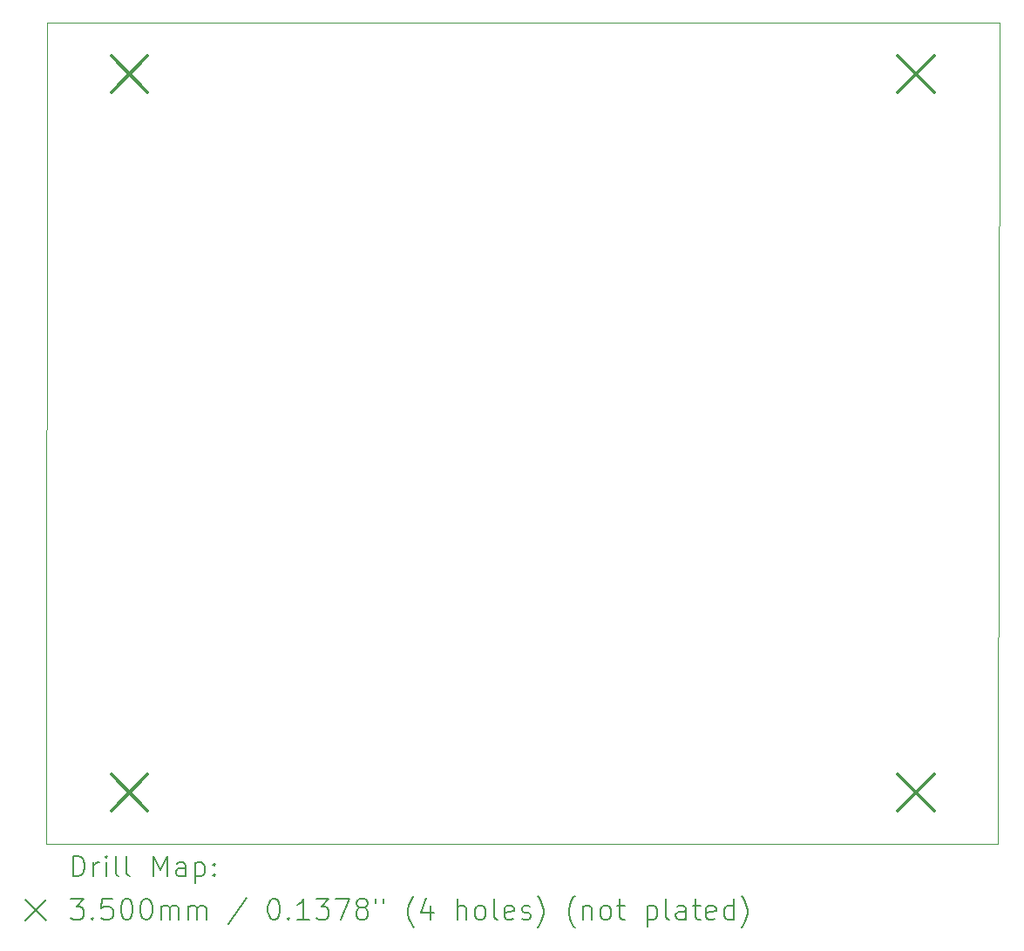
<source format=gbr>
%TF.GenerationSoftware,KiCad,Pcbnew,9.0.1*%
%TF.CreationDate,2025-06-15T16:56:47+03:00*%
%TF.ProjectId,pcb_no_div,7063625f-6e6f-45f6-9469-762e6b696361,rev?*%
%TF.SameCoordinates,Original*%
%TF.FileFunction,Drillmap*%
%TF.FilePolarity,Positive*%
%FSLAX45Y45*%
G04 Gerber Fmt 4.5, Leading zero omitted, Abs format (unit mm)*
G04 Created by KiCad (PCBNEW 9.0.1) date 2025-06-15 16:56:47*
%MOMM*%
%LPD*%
G01*
G04 APERTURE LIST*
%ADD10C,0.038100*%
%ADD11C,0.200000*%
%ADD12C,0.350000*%
G04 APERTURE END LIST*
D10*
X13030000Y-3005000D02*
X13010000Y-10990000D01*
X3775000Y-3005000D02*
X3765000Y-10990000D01*
X13010000Y-10990000D02*
X3765000Y-10990000D01*
X13030000Y-3005000D02*
X3775000Y-3005000D01*
D11*
D12*
X4400000Y-3330000D02*
X4750000Y-3680000D01*
X4750000Y-3330000D02*
X4400000Y-3680000D01*
X4400000Y-10315000D02*
X4750000Y-10665000D01*
X4750000Y-10315000D02*
X4400000Y-10665000D01*
X12040000Y-3330000D02*
X12390000Y-3680000D01*
X12390000Y-3330000D02*
X12040000Y-3680000D01*
X12040000Y-10315000D02*
X12390000Y-10665000D01*
X12390000Y-10315000D02*
X12040000Y-10665000D01*
D11*
X4023872Y-11303389D02*
X4023872Y-11103389D01*
X4023872Y-11103389D02*
X4071491Y-11103389D01*
X4071491Y-11103389D02*
X4100062Y-11112913D01*
X4100062Y-11112913D02*
X4119110Y-11131960D01*
X4119110Y-11131960D02*
X4128634Y-11151008D01*
X4128634Y-11151008D02*
X4138157Y-11189103D01*
X4138157Y-11189103D02*
X4138157Y-11217674D01*
X4138157Y-11217674D02*
X4128634Y-11255770D01*
X4128634Y-11255770D02*
X4119110Y-11274817D01*
X4119110Y-11274817D02*
X4100062Y-11293865D01*
X4100062Y-11293865D02*
X4071491Y-11303389D01*
X4071491Y-11303389D02*
X4023872Y-11303389D01*
X4223872Y-11303389D02*
X4223872Y-11170055D01*
X4223872Y-11208151D02*
X4233396Y-11189103D01*
X4233396Y-11189103D02*
X4242919Y-11179579D01*
X4242919Y-11179579D02*
X4261967Y-11170055D01*
X4261967Y-11170055D02*
X4281015Y-11170055D01*
X4347681Y-11303389D02*
X4347681Y-11170055D01*
X4347681Y-11103389D02*
X4338158Y-11112913D01*
X4338158Y-11112913D02*
X4347681Y-11122436D01*
X4347681Y-11122436D02*
X4357205Y-11112913D01*
X4357205Y-11112913D02*
X4347681Y-11103389D01*
X4347681Y-11103389D02*
X4347681Y-11122436D01*
X4471491Y-11303389D02*
X4452443Y-11293865D01*
X4452443Y-11293865D02*
X4442919Y-11274817D01*
X4442919Y-11274817D02*
X4442919Y-11103389D01*
X4576253Y-11303389D02*
X4557205Y-11293865D01*
X4557205Y-11293865D02*
X4547681Y-11274817D01*
X4547681Y-11274817D02*
X4547681Y-11103389D01*
X4804824Y-11303389D02*
X4804824Y-11103389D01*
X4804824Y-11103389D02*
X4871491Y-11246246D01*
X4871491Y-11246246D02*
X4938158Y-11103389D01*
X4938158Y-11103389D02*
X4938158Y-11303389D01*
X5119110Y-11303389D02*
X5119110Y-11198627D01*
X5119110Y-11198627D02*
X5109586Y-11179579D01*
X5109586Y-11179579D02*
X5090539Y-11170055D01*
X5090539Y-11170055D02*
X5052443Y-11170055D01*
X5052443Y-11170055D02*
X5033396Y-11179579D01*
X5119110Y-11293865D02*
X5100062Y-11303389D01*
X5100062Y-11303389D02*
X5052443Y-11303389D01*
X5052443Y-11303389D02*
X5033396Y-11293865D01*
X5033396Y-11293865D02*
X5023872Y-11274817D01*
X5023872Y-11274817D02*
X5023872Y-11255770D01*
X5023872Y-11255770D02*
X5033396Y-11236722D01*
X5033396Y-11236722D02*
X5052443Y-11227198D01*
X5052443Y-11227198D02*
X5100062Y-11227198D01*
X5100062Y-11227198D02*
X5119110Y-11217674D01*
X5214348Y-11170055D02*
X5214348Y-11370055D01*
X5214348Y-11179579D02*
X5233396Y-11170055D01*
X5233396Y-11170055D02*
X5271491Y-11170055D01*
X5271491Y-11170055D02*
X5290539Y-11179579D01*
X5290539Y-11179579D02*
X5300062Y-11189103D01*
X5300062Y-11189103D02*
X5309586Y-11208151D01*
X5309586Y-11208151D02*
X5309586Y-11265293D01*
X5309586Y-11265293D02*
X5300062Y-11284341D01*
X5300062Y-11284341D02*
X5290539Y-11293865D01*
X5290539Y-11293865D02*
X5271491Y-11303389D01*
X5271491Y-11303389D02*
X5233396Y-11303389D01*
X5233396Y-11303389D02*
X5214348Y-11293865D01*
X5395300Y-11284341D02*
X5404824Y-11293865D01*
X5404824Y-11293865D02*
X5395300Y-11303389D01*
X5395300Y-11303389D02*
X5385777Y-11293865D01*
X5385777Y-11293865D02*
X5395300Y-11284341D01*
X5395300Y-11284341D02*
X5395300Y-11303389D01*
X5395300Y-11179579D02*
X5404824Y-11189103D01*
X5404824Y-11189103D02*
X5395300Y-11198627D01*
X5395300Y-11198627D02*
X5385777Y-11189103D01*
X5385777Y-11189103D02*
X5395300Y-11179579D01*
X5395300Y-11179579D02*
X5395300Y-11198627D01*
X3563095Y-11531905D02*
X3763095Y-11731905D01*
X3763095Y-11531905D02*
X3563095Y-11731905D01*
X4004824Y-11523389D02*
X4128634Y-11523389D01*
X4128634Y-11523389D02*
X4061967Y-11599579D01*
X4061967Y-11599579D02*
X4090538Y-11599579D01*
X4090538Y-11599579D02*
X4109586Y-11609103D01*
X4109586Y-11609103D02*
X4119110Y-11618627D01*
X4119110Y-11618627D02*
X4128634Y-11637674D01*
X4128634Y-11637674D02*
X4128634Y-11685293D01*
X4128634Y-11685293D02*
X4119110Y-11704341D01*
X4119110Y-11704341D02*
X4109586Y-11713865D01*
X4109586Y-11713865D02*
X4090538Y-11723389D01*
X4090538Y-11723389D02*
X4033396Y-11723389D01*
X4033396Y-11723389D02*
X4014348Y-11713865D01*
X4014348Y-11713865D02*
X4004824Y-11704341D01*
X4214348Y-11704341D02*
X4223872Y-11713865D01*
X4223872Y-11713865D02*
X4214348Y-11723389D01*
X4214348Y-11723389D02*
X4204824Y-11713865D01*
X4204824Y-11713865D02*
X4214348Y-11704341D01*
X4214348Y-11704341D02*
X4214348Y-11723389D01*
X4404824Y-11523389D02*
X4309586Y-11523389D01*
X4309586Y-11523389D02*
X4300062Y-11618627D01*
X4300062Y-11618627D02*
X4309586Y-11609103D01*
X4309586Y-11609103D02*
X4328634Y-11599579D01*
X4328634Y-11599579D02*
X4376253Y-11599579D01*
X4376253Y-11599579D02*
X4395300Y-11609103D01*
X4395300Y-11609103D02*
X4404824Y-11618627D01*
X4404824Y-11618627D02*
X4414348Y-11637674D01*
X4414348Y-11637674D02*
X4414348Y-11685293D01*
X4414348Y-11685293D02*
X4404824Y-11704341D01*
X4404824Y-11704341D02*
X4395300Y-11713865D01*
X4395300Y-11713865D02*
X4376253Y-11723389D01*
X4376253Y-11723389D02*
X4328634Y-11723389D01*
X4328634Y-11723389D02*
X4309586Y-11713865D01*
X4309586Y-11713865D02*
X4300062Y-11704341D01*
X4538158Y-11523389D02*
X4557205Y-11523389D01*
X4557205Y-11523389D02*
X4576253Y-11532913D01*
X4576253Y-11532913D02*
X4585777Y-11542436D01*
X4585777Y-11542436D02*
X4595300Y-11561484D01*
X4595300Y-11561484D02*
X4604824Y-11599579D01*
X4604824Y-11599579D02*
X4604824Y-11647198D01*
X4604824Y-11647198D02*
X4595300Y-11685293D01*
X4595300Y-11685293D02*
X4585777Y-11704341D01*
X4585777Y-11704341D02*
X4576253Y-11713865D01*
X4576253Y-11713865D02*
X4557205Y-11723389D01*
X4557205Y-11723389D02*
X4538158Y-11723389D01*
X4538158Y-11723389D02*
X4519110Y-11713865D01*
X4519110Y-11713865D02*
X4509586Y-11704341D01*
X4509586Y-11704341D02*
X4500062Y-11685293D01*
X4500062Y-11685293D02*
X4490539Y-11647198D01*
X4490539Y-11647198D02*
X4490539Y-11599579D01*
X4490539Y-11599579D02*
X4500062Y-11561484D01*
X4500062Y-11561484D02*
X4509586Y-11542436D01*
X4509586Y-11542436D02*
X4519110Y-11532913D01*
X4519110Y-11532913D02*
X4538158Y-11523389D01*
X4728634Y-11523389D02*
X4747681Y-11523389D01*
X4747681Y-11523389D02*
X4766729Y-11532913D01*
X4766729Y-11532913D02*
X4776253Y-11542436D01*
X4776253Y-11542436D02*
X4785777Y-11561484D01*
X4785777Y-11561484D02*
X4795300Y-11599579D01*
X4795300Y-11599579D02*
X4795300Y-11647198D01*
X4795300Y-11647198D02*
X4785777Y-11685293D01*
X4785777Y-11685293D02*
X4776253Y-11704341D01*
X4776253Y-11704341D02*
X4766729Y-11713865D01*
X4766729Y-11713865D02*
X4747681Y-11723389D01*
X4747681Y-11723389D02*
X4728634Y-11723389D01*
X4728634Y-11723389D02*
X4709586Y-11713865D01*
X4709586Y-11713865D02*
X4700062Y-11704341D01*
X4700062Y-11704341D02*
X4690539Y-11685293D01*
X4690539Y-11685293D02*
X4681015Y-11647198D01*
X4681015Y-11647198D02*
X4681015Y-11599579D01*
X4681015Y-11599579D02*
X4690539Y-11561484D01*
X4690539Y-11561484D02*
X4700062Y-11542436D01*
X4700062Y-11542436D02*
X4709586Y-11532913D01*
X4709586Y-11532913D02*
X4728634Y-11523389D01*
X4881015Y-11723389D02*
X4881015Y-11590055D01*
X4881015Y-11609103D02*
X4890539Y-11599579D01*
X4890539Y-11599579D02*
X4909586Y-11590055D01*
X4909586Y-11590055D02*
X4938158Y-11590055D01*
X4938158Y-11590055D02*
X4957205Y-11599579D01*
X4957205Y-11599579D02*
X4966729Y-11618627D01*
X4966729Y-11618627D02*
X4966729Y-11723389D01*
X4966729Y-11618627D02*
X4976253Y-11599579D01*
X4976253Y-11599579D02*
X4995300Y-11590055D01*
X4995300Y-11590055D02*
X5023872Y-11590055D01*
X5023872Y-11590055D02*
X5042920Y-11599579D01*
X5042920Y-11599579D02*
X5052443Y-11618627D01*
X5052443Y-11618627D02*
X5052443Y-11723389D01*
X5147681Y-11723389D02*
X5147681Y-11590055D01*
X5147681Y-11609103D02*
X5157205Y-11599579D01*
X5157205Y-11599579D02*
X5176253Y-11590055D01*
X5176253Y-11590055D02*
X5204824Y-11590055D01*
X5204824Y-11590055D02*
X5223872Y-11599579D01*
X5223872Y-11599579D02*
X5233396Y-11618627D01*
X5233396Y-11618627D02*
X5233396Y-11723389D01*
X5233396Y-11618627D02*
X5242920Y-11599579D01*
X5242920Y-11599579D02*
X5261967Y-11590055D01*
X5261967Y-11590055D02*
X5290539Y-11590055D01*
X5290539Y-11590055D02*
X5309586Y-11599579D01*
X5309586Y-11599579D02*
X5319110Y-11618627D01*
X5319110Y-11618627D02*
X5319110Y-11723389D01*
X5709586Y-11513865D02*
X5538158Y-11771008D01*
X5966729Y-11523389D02*
X5985777Y-11523389D01*
X5985777Y-11523389D02*
X6004824Y-11532913D01*
X6004824Y-11532913D02*
X6014348Y-11542436D01*
X6014348Y-11542436D02*
X6023872Y-11561484D01*
X6023872Y-11561484D02*
X6033396Y-11599579D01*
X6033396Y-11599579D02*
X6033396Y-11647198D01*
X6033396Y-11647198D02*
X6023872Y-11685293D01*
X6023872Y-11685293D02*
X6014348Y-11704341D01*
X6014348Y-11704341D02*
X6004824Y-11713865D01*
X6004824Y-11713865D02*
X5985777Y-11723389D01*
X5985777Y-11723389D02*
X5966729Y-11723389D01*
X5966729Y-11723389D02*
X5947681Y-11713865D01*
X5947681Y-11713865D02*
X5938158Y-11704341D01*
X5938158Y-11704341D02*
X5928634Y-11685293D01*
X5928634Y-11685293D02*
X5919110Y-11647198D01*
X5919110Y-11647198D02*
X5919110Y-11599579D01*
X5919110Y-11599579D02*
X5928634Y-11561484D01*
X5928634Y-11561484D02*
X5938158Y-11542436D01*
X5938158Y-11542436D02*
X5947681Y-11532913D01*
X5947681Y-11532913D02*
X5966729Y-11523389D01*
X6119110Y-11704341D02*
X6128634Y-11713865D01*
X6128634Y-11713865D02*
X6119110Y-11723389D01*
X6119110Y-11723389D02*
X6109586Y-11713865D01*
X6109586Y-11713865D02*
X6119110Y-11704341D01*
X6119110Y-11704341D02*
X6119110Y-11723389D01*
X6319110Y-11723389D02*
X6204824Y-11723389D01*
X6261967Y-11723389D02*
X6261967Y-11523389D01*
X6261967Y-11523389D02*
X6242920Y-11551960D01*
X6242920Y-11551960D02*
X6223872Y-11571008D01*
X6223872Y-11571008D02*
X6204824Y-11580532D01*
X6385777Y-11523389D02*
X6509586Y-11523389D01*
X6509586Y-11523389D02*
X6442920Y-11599579D01*
X6442920Y-11599579D02*
X6471491Y-11599579D01*
X6471491Y-11599579D02*
X6490539Y-11609103D01*
X6490539Y-11609103D02*
X6500062Y-11618627D01*
X6500062Y-11618627D02*
X6509586Y-11637674D01*
X6509586Y-11637674D02*
X6509586Y-11685293D01*
X6509586Y-11685293D02*
X6500062Y-11704341D01*
X6500062Y-11704341D02*
X6490539Y-11713865D01*
X6490539Y-11713865D02*
X6471491Y-11723389D01*
X6471491Y-11723389D02*
X6414348Y-11723389D01*
X6414348Y-11723389D02*
X6395301Y-11713865D01*
X6395301Y-11713865D02*
X6385777Y-11704341D01*
X6576253Y-11523389D02*
X6709586Y-11523389D01*
X6709586Y-11523389D02*
X6623872Y-11723389D01*
X6814348Y-11609103D02*
X6795301Y-11599579D01*
X6795301Y-11599579D02*
X6785777Y-11590055D01*
X6785777Y-11590055D02*
X6776253Y-11571008D01*
X6776253Y-11571008D02*
X6776253Y-11561484D01*
X6776253Y-11561484D02*
X6785777Y-11542436D01*
X6785777Y-11542436D02*
X6795301Y-11532913D01*
X6795301Y-11532913D02*
X6814348Y-11523389D01*
X6814348Y-11523389D02*
X6852443Y-11523389D01*
X6852443Y-11523389D02*
X6871491Y-11532913D01*
X6871491Y-11532913D02*
X6881015Y-11542436D01*
X6881015Y-11542436D02*
X6890539Y-11561484D01*
X6890539Y-11561484D02*
X6890539Y-11571008D01*
X6890539Y-11571008D02*
X6881015Y-11590055D01*
X6881015Y-11590055D02*
X6871491Y-11599579D01*
X6871491Y-11599579D02*
X6852443Y-11609103D01*
X6852443Y-11609103D02*
X6814348Y-11609103D01*
X6814348Y-11609103D02*
X6795301Y-11618627D01*
X6795301Y-11618627D02*
X6785777Y-11628151D01*
X6785777Y-11628151D02*
X6776253Y-11647198D01*
X6776253Y-11647198D02*
X6776253Y-11685293D01*
X6776253Y-11685293D02*
X6785777Y-11704341D01*
X6785777Y-11704341D02*
X6795301Y-11713865D01*
X6795301Y-11713865D02*
X6814348Y-11723389D01*
X6814348Y-11723389D02*
X6852443Y-11723389D01*
X6852443Y-11723389D02*
X6871491Y-11713865D01*
X6871491Y-11713865D02*
X6881015Y-11704341D01*
X6881015Y-11704341D02*
X6890539Y-11685293D01*
X6890539Y-11685293D02*
X6890539Y-11647198D01*
X6890539Y-11647198D02*
X6881015Y-11628151D01*
X6881015Y-11628151D02*
X6871491Y-11618627D01*
X6871491Y-11618627D02*
X6852443Y-11609103D01*
X6966729Y-11523389D02*
X6966729Y-11561484D01*
X7042920Y-11523389D02*
X7042920Y-11561484D01*
X7338158Y-11799579D02*
X7328634Y-11790055D01*
X7328634Y-11790055D02*
X7309586Y-11761484D01*
X7309586Y-11761484D02*
X7300063Y-11742436D01*
X7300063Y-11742436D02*
X7290539Y-11713865D01*
X7290539Y-11713865D02*
X7281015Y-11666246D01*
X7281015Y-11666246D02*
X7281015Y-11628151D01*
X7281015Y-11628151D02*
X7290539Y-11580532D01*
X7290539Y-11580532D02*
X7300063Y-11551960D01*
X7300063Y-11551960D02*
X7309586Y-11532913D01*
X7309586Y-11532913D02*
X7328634Y-11504341D01*
X7328634Y-11504341D02*
X7338158Y-11494817D01*
X7500063Y-11590055D02*
X7500063Y-11723389D01*
X7452443Y-11513865D02*
X7404824Y-11656722D01*
X7404824Y-11656722D02*
X7528634Y-11656722D01*
X7757205Y-11723389D02*
X7757205Y-11523389D01*
X7842920Y-11723389D02*
X7842920Y-11618627D01*
X7842920Y-11618627D02*
X7833396Y-11599579D01*
X7833396Y-11599579D02*
X7814348Y-11590055D01*
X7814348Y-11590055D02*
X7785777Y-11590055D01*
X7785777Y-11590055D02*
X7766729Y-11599579D01*
X7766729Y-11599579D02*
X7757205Y-11609103D01*
X7966729Y-11723389D02*
X7947682Y-11713865D01*
X7947682Y-11713865D02*
X7938158Y-11704341D01*
X7938158Y-11704341D02*
X7928634Y-11685293D01*
X7928634Y-11685293D02*
X7928634Y-11628151D01*
X7928634Y-11628151D02*
X7938158Y-11609103D01*
X7938158Y-11609103D02*
X7947682Y-11599579D01*
X7947682Y-11599579D02*
X7966729Y-11590055D01*
X7966729Y-11590055D02*
X7995301Y-11590055D01*
X7995301Y-11590055D02*
X8014348Y-11599579D01*
X8014348Y-11599579D02*
X8023872Y-11609103D01*
X8023872Y-11609103D02*
X8033396Y-11628151D01*
X8033396Y-11628151D02*
X8033396Y-11685293D01*
X8033396Y-11685293D02*
X8023872Y-11704341D01*
X8023872Y-11704341D02*
X8014348Y-11713865D01*
X8014348Y-11713865D02*
X7995301Y-11723389D01*
X7995301Y-11723389D02*
X7966729Y-11723389D01*
X8147682Y-11723389D02*
X8128634Y-11713865D01*
X8128634Y-11713865D02*
X8119110Y-11694817D01*
X8119110Y-11694817D02*
X8119110Y-11523389D01*
X8300063Y-11713865D02*
X8281015Y-11723389D01*
X8281015Y-11723389D02*
X8242920Y-11723389D01*
X8242920Y-11723389D02*
X8223872Y-11713865D01*
X8223872Y-11713865D02*
X8214348Y-11694817D01*
X8214348Y-11694817D02*
X8214348Y-11618627D01*
X8214348Y-11618627D02*
X8223872Y-11599579D01*
X8223872Y-11599579D02*
X8242920Y-11590055D01*
X8242920Y-11590055D02*
X8281015Y-11590055D01*
X8281015Y-11590055D02*
X8300063Y-11599579D01*
X8300063Y-11599579D02*
X8309586Y-11618627D01*
X8309586Y-11618627D02*
X8309586Y-11637674D01*
X8309586Y-11637674D02*
X8214348Y-11656722D01*
X8385777Y-11713865D02*
X8404825Y-11723389D01*
X8404825Y-11723389D02*
X8442920Y-11723389D01*
X8442920Y-11723389D02*
X8461968Y-11713865D01*
X8461968Y-11713865D02*
X8471491Y-11694817D01*
X8471491Y-11694817D02*
X8471491Y-11685293D01*
X8471491Y-11685293D02*
X8461968Y-11666246D01*
X8461968Y-11666246D02*
X8442920Y-11656722D01*
X8442920Y-11656722D02*
X8414348Y-11656722D01*
X8414348Y-11656722D02*
X8395301Y-11647198D01*
X8395301Y-11647198D02*
X8385777Y-11628151D01*
X8385777Y-11628151D02*
X8385777Y-11618627D01*
X8385777Y-11618627D02*
X8395301Y-11599579D01*
X8395301Y-11599579D02*
X8414348Y-11590055D01*
X8414348Y-11590055D02*
X8442920Y-11590055D01*
X8442920Y-11590055D02*
X8461968Y-11599579D01*
X8538158Y-11799579D02*
X8547682Y-11790055D01*
X8547682Y-11790055D02*
X8566729Y-11761484D01*
X8566729Y-11761484D02*
X8576253Y-11742436D01*
X8576253Y-11742436D02*
X8585777Y-11713865D01*
X8585777Y-11713865D02*
X8595301Y-11666246D01*
X8595301Y-11666246D02*
X8595301Y-11628151D01*
X8595301Y-11628151D02*
X8585777Y-11580532D01*
X8585777Y-11580532D02*
X8576253Y-11551960D01*
X8576253Y-11551960D02*
X8566729Y-11532913D01*
X8566729Y-11532913D02*
X8547682Y-11504341D01*
X8547682Y-11504341D02*
X8538158Y-11494817D01*
X8900063Y-11799579D02*
X8890539Y-11790055D01*
X8890539Y-11790055D02*
X8871491Y-11761484D01*
X8871491Y-11761484D02*
X8861968Y-11742436D01*
X8861968Y-11742436D02*
X8852444Y-11713865D01*
X8852444Y-11713865D02*
X8842920Y-11666246D01*
X8842920Y-11666246D02*
X8842920Y-11628151D01*
X8842920Y-11628151D02*
X8852444Y-11580532D01*
X8852444Y-11580532D02*
X8861968Y-11551960D01*
X8861968Y-11551960D02*
X8871491Y-11532913D01*
X8871491Y-11532913D02*
X8890539Y-11504341D01*
X8890539Y-11504341D02*
X8900063Y-11494817D01*
X8976253Y-11590055D02*
X8976253Y-11723389D01*
X8976253Y-11609103D02*
X8985777Y-11599579D01*
X8985777Y-11599579D02*
X9004825Y-11590055D01*
X9004825Y-11590055D02*
X9033396Y-11590055D01*
X9033396Y-11590055D02*
X9052444Y-11599579D01*
X9052444Y-11599579D02*
X9061968Y-11618627D01*
X9061968Y-11618627D02*
X9061968Y-11723389D01*
X9185777Y-11723389D02*
X9166729Y-11713865D01*
X9166729Y-11713865D02*
X9157206Y-11704341D01*
X9157206Y-11704341D02*
X9147682Y-11685293D01*
X9147682Y-11685293D02*
X9147682Y-11628151D01*
X9147682Y-11628151D02*
X9157206Y-11609103D01*
X9157206Y-11609103D02*
X9166729Y-11599579D01*
X9166729Y-11599579D02*
X9185777Y-11590055D01*
X9185777Y-11590055D02*
X9214349Y-11590055D01*
X9214349Y-11590055D02*
X9233396Y-11599579D01*
X9233396Y-11599579D02*
X9242920Y-11609103D01*
X9242920Y-11609103D02*
X9252444Y-11628151D01*
X9252444Y-11628151D02*
X9252444Y-11685293D01*
X9252444Y-11685293D02*
X9242920Y-11704341D01*
X9242920Y-11704341D02*
X9233396Y-11713865D01*
X9233396Y-11713865D02*
X9214349Y-11723389D01*
X9214349Y-11723389D02*
X9185777Y-11723389D01*
X9309587Y-11590055D02*
X9385777Y-11590055D01*
X9338158Y-11523389D02*
X9338158Y-11694817D01*
X9338158Y-11694817D02*
X9347682Y-11713865D01*
X9347682Y-11713865D02*
X9366729Y-11723389D01*
X9366729Y-11723389D02*
X9385777Y-11723389D01*
X9604825Y-11590055D02*
X9604825Y-11790055D01*
X9604825Y-11599579D02*
X9623872Y-11590055D01*
X9623872Y-11590055D02*
X9661968Y-11590055D01*
X9661968Y-11590055D02*
X9681015Y-11599579D01*
X9681015Y-11599579D02*
X9690539Y-11609103D01*
X9690539Y-11609103D02*
X9700063Y-11628151D01*
X9700063Y-11628151D02*
X9700063Y-11685293D01*
X9700063Y-11685293D02*
X9690539Y-11704341D01*
X9690539Y-11704341D02*
X9681015Y-11713865D01*
X9681015Y-11713865D02*
X9661968Y-11723389D01*
X9661968Y-11723389D02*
X9623872Y-11723389D01*
X9623872Y-11723389D02*
X9604825Y-11713865D01*
X9814349Y-11723389D02*
X9795301Y-11713865D01*
X9795301Y-11713865D02*
X9785777Y-11694817D01*
X9785777Y-11694817D02*
X9785777Y-11523389D01*
X9976253Y-11723389D02*
X9976253Y-11618627D01*
X9976253Y-11618627D02*
X9966730Y-11599579D01*
X9966730Y-11599579D02*
X9947682Y-11590055D01*
X9947682Y-11590055D02*
X9909587Y-11590055D01*
X9909587Y-11590055D02*
X9890539Y-11599579D01*
X9976253Y-11713865D02*
X9957206Y-11723389D01*
X9957206Y-11723389D02*
X9909587Y-11723389D01*
X9909587Y-11723389D02*
X9890539Y-11713865D01*
X9890539Y-11713865D02*
X9881015Y-11694817D01*
X9881015Y-11694817D02*
X9881015Y-11675770D01*
X9881015Y-11675770D02*
X9890539Y-11656722D01*
X9890539Y-11656722D02*
X9909587Y-11647198D01*
X9909587Y-11647198D02*
X9957206Y-11647198D01*
X9957206Y-11647198D02*
X9976253Y-11637674D01*
X10042920Y-11590055D02*
X10119110Y-11590055D01*
X10071491Y-11523389D02*
X10071491Y-11694817D01*
X10071491Y-11694817D02*
X10081015Y-11713865D01*
X10081015Y-11713865D02*
X10100063Y-11723389D01*
X10100063Y-11723389D02*
X10119110Y-11723389D01*
X10261968Y-11713865D02*
X10242920Y-11723389D01*
X10242920Y-11723389D02*
X10204825Y-11723389D01*
X10204825Y-11723389D02*
X10185777Y-11713865D01*
X10185777Y-11713865D02*
X10176253Y-11694817D01*
X10176253Y-11694817D02*
X10176253Y-11618627D01*
X10176253Y-11618627D02*
X10185777Y-11599579D01*
X10185777Y-11599579D02*
X10204825Y-11590055D01*
X10204825Y-11590055D02*
X10242920Y-11590055D01*
X10242920Y-11590055D02*
X10261968Y-11599579D01*
X10261968Y-11599579D02*
X10271491Y-11618627D01*
X10271491Y-11618627D02*
X10271491Y-11637674D01*
X10271491Y-11637674D02*
X10176253Y-11656722D01*
X10442920Y-11723389D02*
X10442920Y-11523389D01*
X10442920Y-11713865D02*
X10423872Y-11723389D01*
X10423872Y-11723389D02*
X10385777Y-11723389D01*
X10385777Y-11723389D02*
X10366730Y-11713865D01*
X10366730Y-11713865D02*
X10357206Y-11704341D01*
X10357206Y-11704341D02*
X10347682Y-11685293D01*
X10347682Y-11685293D02*
X10347682Y-11628151D01*
X10347682Y-11628151D02*
X10357206Y-11609103D01*
X10357206Y-11609103D02*
X10366730Y-11599579D01*
X10366730Y-11599579D02*
X10385777Y-11590055D01*
X10385777Y-11590055D02*
X10423872Y-11590055D01*
X10423872Y-11590055D02*
X10442920Y-11599579D01*
X10519111Y-11799579D02*
X10528634Y-11790055D01*
X10528634Y-11790055D02*
X10547682Y-11761484D01*
X10547682Y-11761484D02*
X10557206Y-11742436D01*
X10557206Y-11742436D02*
X10566730Y-11713865D01*
X10566730Y-11713865D02*
X10576253Y-11666246D01*
X10576253Y-11666246D02*
X10576253Y-11628151D01*
X10576253Y-11628151D02*
X10566730Y-11580532D01*
X10566730Y-11580532D02*
X10557206Y-11551960D01*
X10557206Y-11551960D02*
X10547682Y-11532913D01*
X10547682Y-11532913D02*
X10528634Y-11504341D01*
X10528634Y-11504341D02*
X10519111Y-11494817D01*
M02*

</source>
